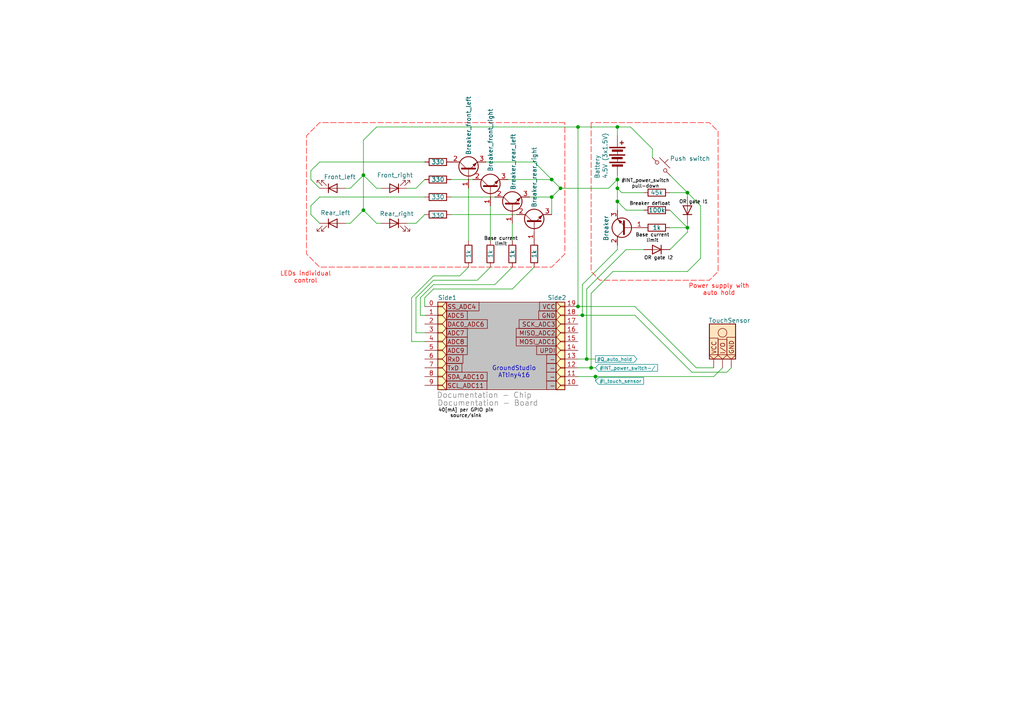
<source format=kicad_sch>
(kicad_sch (version 20250114) (generator "eeschema") (generator_version "9.0")
  (paper "A4")
  (title_block (title "DGRS6") (company "Vericos Forja") (comment 1 "Fornai."))
  (lib_symbols
    (symbol "Device:Battery" (pin_numbers (hide yes)) (pin_names (offset 0) (hide yes))
      (property "Reference" "Battery" (at 3.81 1.8416 0))
      (property "Value" "4.5V ( 3x1.5V )" (at 3.81 -0.6984 0))
      (symbol "Battery_0_1"
        (rectangle (start -2.3656 -0.3813) (end 2.2064 -0.6353) (fill (type outline)))
        (rectangle (start -2.286 1.778) (end 2.286 1.524) (fill (type outline)))
        (rectangle (start -2.286 -2.54) (end 2.286 -2.794) (fill (type outline)))
        (rectangle (start -1.6036 -1.1433) (end 1.4444 -1.6513) (fill (type outline)))
        (rectangle (start -1.524 1.016) (end 1.524 0.508) (fill (type outline)))
        (rectangle (start -1.524 -3.302) (end 1.524 -3.81) (fill (type outline)))
        (polyline (pts (xy 0 1.778) (xy 0 2.54)))
        (polyline (pts (xy 0.0248 -1.5786) (xy 0.0248 -2.5109)))
        (polyline (pts (xy 0.042 0.4585) (xy 0.042 -0.3873)))
        (polyline (pts (xy 0.762 3.048) (xy 1.778 3.048)) (stroke (width 0.254)))
        (polyline (pts (xy 1.27 3.556) (xy 1.27 2.54)) (stroke (width 0.254)))
      )
      (symbol "Battery_1_1"
        (pin passive line (at 0 5.08 270) (length 2.54) (name "+") (number "1"))
        (pin passive line (at 0 -6.35 90) (length 2.54) (name "-") (number "2"))
      )
    )
    (symbol "Device:D" (pin_numbers (hide yes)) (pin_names (offset 1.016) (hide yes))
      (property "Reference" "D" (at 0 2.54 0))
      (property "Value" "D" (at 0 -2.54 0))
      (symbol "D_0_1"
        (polyline (pts (xy -1.27 1.27) (xy -1.27 -1.27)) (stroke (width 0.254)))
        (polyline (pts (xy 1.27 1.27) (xy 1.27 -1.27) (xy -1.27 0) (xy 1.27 1.27)) (stroke (width 0.254)))
        (polyline (pts (xy 1.27 0) (xy -1.27 0)))
      )
      (symbol "D_1_1"
        (pin passive line (at -3.81 0 0) (length 2.54) (name "K") (number "1"))
        (pin passive line (at 3.81 0 180) (length 2.54) (name "A") (number "2"))
      )
    )
    (symbol "Device:LED" (pin_numbers (hide yes)) (pin_names (offset 1.016) (hide yes))
      (property "Reference" "D" (at 0 2.54 0))
      (property "Value" "LED" (at 0 -2.54 0))
      (symbol "LED_0_1"
        (polyline (pts (xy -3.048 -0.762) (xy -4.572 -2.286) (xy -3.81 -2.286) (xy -4.572 -2.286) (xy -4.572 -1.524)))
        (polyline (pts (xy -1.778 -0.762) (xy -3.302 -2.286) (xy -2.54 -2.286) (xy -3.302 -2.286) (xy -3.302 -1.524)))
        (polyline (pts (xy -1.27 0) (xy 1.27 0)))
        (polyline (pts (xy -1.27 -1.27) (xy -1.27 1.27)) (stroke (width 0.254)))
        (polyline (pts (xy 1.27 -1.27) (xy 1.27 1.27) (xy -1.27 0) (xy 1.27 -1.27)) (stroke (width 0.254)))
      )
      (symbol "LED_1_1"
        (pin passive line (at -3.81 0 0) (length 2.54) (name "K") (number "1"))
        (pin passive line (at 3.81 0 180) (length 2.54) (name "A") (number "2"))
      )
    )
    (symbol "Device:R" (pin_numbers (hide yes)) (pin_names (offset 0))
      (property "Reference" "R" (at 2.032 0 90))
      (property "Value" "R" (at 0 0 90))
      (symbol "R_0_1"
        (rectangle (start -1.016 -2.54) (end 1.016 2.54) (stroke (width 0.254)))
      )
      (symbol "R_1_1"
        (pin passive line (at 0 3.81 270) (length 1.27) (name "~") (number "1"))
        (pin passive line (at 0 -3.81 90) (length 1.27) (name "~") (number "2"))
      )
    )
    (symbol "GS_Global6:PinHeader_1x10_P2.54_V_M" (pin_names (offset 1.016) (hide yes))
      (property "Reference" "J3" (at 0 12.5928 0))
      (symbol "PinHeader_1x10_P2.54_V_M_1_1"
        (rectangle (start -1.27 11.43) (end 1.27 -13.97) (stroke (width 0.254)) (fill (type background)))
        (rectangle (start -1.27 10.287) (end 0 10.033) (stroke (width 0.1524)))
        (rectangle (start -1.27 7.747) (end 0 7.493) (stroke (width 0.1524)))
        (rectangle (start -1.27 5.207) (end 0 4.953) (stroke (width 0.1524)))
        (rectangle (start -1.27 2.667) (end 0 2.413) (stroke (width 0.1524)))
        (rectangle (start -1.27 0.127) (end 0 -0.127) (stroke (width 0.1524)))
        (rectangle (start -1.27 -2.413) (end 0 -2.667) (stroke (width 0.1524)))
        (rectangle (start -1.27 -4.953) (end 0 -5.207) (stroke (width 0.1524)))
        (rectangle (start -1.27 -7.493) (end 0 -7.747) (stroke (width 0.1524)))
        (rectangle (start -1.27 -10.033) (end 0 -10.287) (stroke (width 0.1524)))
        (rectangle (start -1.27 -12.573) (end 0 -12.827) (stroke (width 0.1524)))
        (pin passive line (at -5.08 10.16 0) (length 3.81) (name "Pin_1") (number "19"))
        (pin passive line (at -5.08 7.62 0) (length 3.81) (name "Pin_2") (number "18"))
        (pin passive line (at -5.08 5.08 0) (length 3.81) (name "Pin_3") (number "17"))
        (pin passive line (at -5.08 2.54 0) (length 3.81) (name "Pin_4") (number "16"))
        (pin passive line (at -5.08 0 0) (length 3.81) (name "Pin_5") (number "15"))
        (pin passive line (at -5.08 -2.54 0) (length 3.81) (name "Pin_6") (number "14"))
        (pin passive line (at -5.08 -5.08 0) (length 3.81) (name "Pin_7") (number "13"))
        (pin passive line (at -5.08 -7.62 0) (length 3.81) (name "Pin_8") (number "12"))
        (pin passive line (at -5.08 -10.16 0) (length 3.81) (name "Pin_9") (number "11"))
        (pin passive line (at -5.08 -12.7 0) (length 3.81) (name "Pin_10") (number "10"))
      )
    )
    (symbol "PinHeader_1x10_P2.54_V_M_1" (pin_names (offset 1.016) (hide yes))
      (property "Reference" "J2" (at -1.27 12.7 0))
      (symbol "PinHeader_1x10_P2.54_V_M_1_1_1"
        (rectangle (start -1.27 11.43) (end 1.27 -13.97) (stroke (width 0.254)) (fill (type background)))
        (rectangle (start -1.27 10.287) (end 0 10.033) (stroke (width 0.1524)))
        (rectangle (start -1.27 7.747) (end 0 7.493) (stroke (width 0.1524)))
        (rectangle (start -1.27 5.207) (end 0 4.953) (stroke (width 0.1524)))
        (rectangle (start -1.27 2.667) (end 0 2.413) (stroke (width 0.1524)))
        (rectangle (start -1.27 0.127) (end 0 -0.127) (stroke (width 0.1524)))
        (rectangle (start -1.27 -2.413) (end 0 -2.667) (stroke (width 0.1524)))
        (rectangle (start -1.27 -4.953) (end 0 -5.207) (stroke (width 0.1524)))
        (rectangle (start -1.27 -7.493) (end 0 -7.747) (stroke (width 0.1524)))
        (rectangle (start -1.27 -10.033) (end 0 -10.287) (stroke (width 0.1524)))
        (rectangle (start -1.27 -12.573) (end 0 -12.827) (stroke (width 0.1524)))
        (pin passive line (at -5.08 10.16 0) (length 3.81) (name "Pin_1") (number "0"))
        (pin passive line (at -5.08 7.62 0) (length 3.81) (name "Pin_2") (number "1"))
        (pin passive line (at -5.08 5.08 0) (length 3.81) (name "Pin_3") (number "2"))
        (pin passive line (at -5.08 2.54 0) (length 3.81) (name "Pin_4") (number "3"))
        (pin passive line (at -5.08 0 0) (length 3.81) (name "Pin_5") (number "4"))
        (pin passive line (at -5.08 -2.54 0) (length 3.81) (name "Pin_6") (number "5"))
        (pin passive line (at -5.08 -5.08 0) (length 3.81) (name "Pin_7") (number "6"))
        (pin passive line (at -5.08 -7.62 0) (length 3.81) (name "Pin_8") (number "7"))
        (pin passive line (at -5.08 -10.16 0) (length 3.81) (name "Pin_9") (number "8"))
        (pin passive line (at -5.08 -12.7 0) (length 3.81) (name "Pin_10") (number "9"))
      )
    )
    (symbol "R_1" (pin_numbers (hide yes)) (pin_names (offset 0))
      (property "Reference" "TouchSensor" (at -4.064 7.366 0))
      (symbol "R_1_0_1"
        (rectangle (start -3.81 6.35) (end 3.81 -2.54) (fill (type color) (color 194 194 194 1)))
        (rectangle (start -3.81 6.35) (end 3.81 -3.81) (stroke (width 0.254)) (fill (type color) (color 255 229 191 1)))
        (circle (center 0 3.81) (radius 1.27))
      )
      (symbol "R_1_1_1"
        (pin power_in line (at -2.54 -6.35 90) (length 2.54) (name "") (number "1"))
        (pin output line (at 0 -6.35 90) (length 2.54) (name "") (number "2"))
        (pin power_in line (at 2.54 -6.35 90) (length 2.54) (name "") (number "3"))
      )
    )
    (symbol "Switch:SW_Push_45deg" (pin_numbers (hide yes)) (pin_names (offset 1.016) (hide yes))
      (property "Reference" "SW" (at 3.048 1.016 0))
      (property "Value" "SW_Push_45deg" (at 0 -3.81 0))
      (symbol "SW_Push_45deg_0_1"
        (polyline (pts (xy -2.54 2.54) (xy -1.524 1.524) (xy -1.524 1.524)))
        (circle (center -1.1684 1.1684) (radius 0.508))
        (polyline (pts (xy -0.508 2.54) (xy 2.54 -0.508)))
        (polyline (pts (xy 1.016 1.016) (xy 2.032 2.032)))
        (circle (center 1.143 -1.1938) (radius 0.508))
        (polyline (pts (xy 1.524 -1.524) (xy 2.54 -2.54) (xy 2.54 -2.54) (xy 2.54 -2.54)))
        (pin passive line (at -2.54 2.54 0) (length 0) (name "1") (number "1"))
        (pin passive line (at 2.54 -2.54 180) (length 0) (name "2") (number "2"))
      )
    )
    (symbol "Transistor_BJT:Q_NPN_BCE" (pin_names (offset 0) (hide yes))
      (property "Reference" "Q" (at 5.08 1.27 0))
      (property "Value" "Q_NPN_BCE" (at 5.08 -1.27 0))
      (symbol "Q_NPN_BCE_0_1"
        (polyline (pts (xy -2.54 0) (xy 0.635 0)))
        (polyline (pts (xy 0.635 1.905) (xy 0.635 -1.905)) (stroke (width 0.508)))
        (circle (center 1.27 0) (radius 2.8194) (stroke (width 0.254)))
      )
      (symbol "Q_NPN_BCE_1_1"
        (polyline (pts (xy 0.635 0.635) (xy 2.54 2.54)))
        (polyline (pts (xy 0.635 -0.635) (xy 2.54 -2.54)))
        (polyline (pts (xy 1.27 -1.778) (xy 1.778 -1.27) (xy 2.286 -2.286) (xy 1.27 -1.778)) (fill (type outline)))
        (pin input line (at -5.08 0 0) (length 2.54) (name "B") (number "1"))
        (pin passive line (at 2.54 5.08 270) (length 2.54) (name "C") (number "2"))
        (pin passive line (at 2.54 -5.08 90) (length 2.54) (name "E") (number "3"))
      )
    )
  )
  (rectangle (start 129.54 87.63) (end 161.29 113.03) (stroke (width 0) (color 132 0 0 1)) (fill (type color) (color 194 194 194 1)))
  (text "#INT_power_switch\npull-down" (at 187.198 53.34 0) (effects (font (size 1 1))))
  (text "Base current\nlimit" (at 189.23 69.088 0) (effects (font (size 1 1))))
  (text "GroundStudio\nATtiny416" (at 149.098 107.95 0) (effects (font (size 1.27 1.27))))
  (text "Breaker defloat" (at 188.468 59.182 0) (effects (font (size 1 1))))
  (text "Power supply with\nauto hold" (at 208.534 84.074 0) (effects (font (size 1.27 1.27))))
  (text "LEDs individual\ncontrol" (at 88.646 80.518 0) (effects (font (size 1.27 1.27))))
  (text "40[mA] per GPIO pin\nsource/sink" (at 135.128 119.888 0) (effects (font (size 1 1))))
  (text "OR gate I2" (at 191.008 74.93 0) (effects (font (size 1 1))))
  (text "Documentation - Chip" (at 140.462 114.808 0) (effects (font (size 1.6 1.6))))
  (text "OR gate I1" (at 201.168 58.674 0) (effects (font (size 1 1))))
  (text "Base current\nlimit" (at 145.288 70.104 0) (effects (font (size 1 1))))
  (text "Documentation - Board" (at 141.478 117.094 0) (effects (font (size 1.6 1.6))))
  (junction (at 167.64 88.9))
  (junction (at 171.45 106.68))
  (junction (at 105.41 50.8))
  (junction (at 105.41 60.96))
  (junction (at 179.07 52.07))
  (junction (at 160.02 57.15))
  (junction (at 162.56 54.61))
  (junction (at 168.91 91.44))
  (junction (at 179.07 36.83))
  (junction (at 170.18 104.14))
  (junction (at 179.07 58.42))
  (junction (at 179.07 54.61))
  (junction (at 167.64 36.83))
  (junction (at 172.72 109.22))
  (junction (at 199.39 66.04))
  (junction (at 160.02 52.07))
  (junction (at 199.39 55.88))
  (wire (pts (xy 143.51 82.55) (xy 148.59 77.47)))
  (wire (pts (xy 120.65 64.77) (xy 123.19 62.23)))
  (wire (pts (xy 167.64 91.44) (xy 168.91 91.44)))
  (wire (pts (xy 160.02 62.23) (xy 160.02 57.15)))
  (wire (pts (xy 90.17 49.53) (xy 92.71 46.99)))
  (wire (pts (xy 123.19 86.36) (xy 123.19 88.9)))
  (wire (pts (xy 162.56 54.61) (xy 176.53 54.61)))
  (wire (pts (xy 120.65 86.36) (xy 120.65 96.52)))
  (wire (pts (xy 199.39 66.04) (xy 194.31 60.96)))
  (wire (pts (xy 118.11 64.77) (xy 120.65 64.77)))
  (wire (pts (xy 110.49 64.77) (xy 109.22 64.77)))
  (wire (pts (xy 130.81 57.15) (xy 143.51 57.15)))
  (wire (pts (xy 167.64 109.22) (xy 172.72 109.22)))
  (wire (pts (xy 110.49 54.61) (xy 109.22 54.61)))
  (wire (pts (xy 133.35 80.01) (xy 135.89 77.47)))
  (wire (pts (xy 148.59 64.77) (xy 148.59 69.85)))
  (wire (pts (xy 200.66 107.95) (xy 184.15 91.44)))
  (wire (pts (xy 171.45 106.68) (xy 172.72 106.68)))
  (wire (pts (xy 172.72 110.49) (xy 172.72 109.22)))
  (wire (pts (xy 147.32 52.07) (xy 160.02 52.07)))
  (wire (pts (xy 176.53 54.61) (xy 179.07 52.07)))
  (wire (pts (xy 201.93 106.68) (xy 207.01 106.68)))
  (wire (pts (xy 171.45 85.09) (xy 177.8 78.74)))
  (wire (pts (xy 123.19 86.36) (xy 125.73 83.82)))
  (wire (pts (xy 100.33 64.77) (xy 101.6 64.77)))
  (wire (pts (xy 212.09 106.68) (xy 210.82 107.95)))
  (wire (pts (xy 167.64 36.83) (xy 179.07 36.83)))
  (wire (pts (xy 210.82 107.95) (xy 200.66 107.95)))
  (wire (pts (xy 142.24 59.69) (xy 142.24 69.85)))
  (wire (pts (xy 120.65 54.61) (xy 123.19 52.07)))
  (wire (pts (xy 179.07 58.42) (xy 179.07 60.96)))
  (wire (pts (xy 118.11 54.61) (xy 120.65 54.61)))
  (wire (pts (xy 171.45 85.09) (xy 171.45 106.68)))
  (wire (pts (xy 121.92 86.36) (xy 121.92 91.44)))
  (wire (pts (xy 140.97 46.99) (xy 154.94 46.99)))
  (wire (pts (xy 120.65 86.36) (xy 125.73 81.28)))
  (wire (pts (xy 199.39 78.74) (xy 203.2 74.93)))
  (wire (pts (xy 168.91 91.44) (xy 184.15 91.44)))
  (wire (pts (xy 199.39 55.88) (xy 199.39 57.15)))
  (wire (pts (xy 170.18 104.14) (xy 172.72 104.14)))
  (wire (pts (xy 179.07 54.61) (xy 179.07 58.42)))
  (wire (pts (xy 120.65 96.52) (xy 123.19 96.52)))
  (wire (pts (xy 167.64 36.83) (xy 167.64 88.9)))
  (wire (pts (xy 184.15 88.9) (xy 201.93 106.68)))
  (wire (pts (xy 125.73 83.82) (xy 148.59 83.82)))
  (wire (pts (xy 172.72 109.22) (xy 207.01 109.22)))
  (wire (pts (xy 181.61 60.96) (xy 179.07 58.42)))
  (wire (pts (xy 92.71 64.77) (xy 90.17 62.23)))
  (wire (pts (xy 130.81 62.23) (xy 149.86 62.23)))
  (wire (pts (xy 105.41 50.8) (xy 105.41 60.96)))
  (wire (pts (xy 100.33 54.61) (xy 101.6 54.61)))
  (wire (pts (xy 92.71 46.99) (xy 123.19 46.99)))
  (wire (pts (xy 121.92 86.36) (xy 125.73 82.55)))
  (wire (pts (xy 186.69 60.96) (xy 181.61 60.96)))
  (wire (pts (xy 189.23 45.72) (xy 189.23 43.18)))
  (wire (pts (xy 109.22 64.77) (xy 105.41 60.96)))
  (wire (pts (xy 167.64 104.14) (xy 170.18 104.14)))
  (wire (pts (xy 179.07 39.37) (xy 179.07 36.83)))
  (wire (pts (xy 119.38 86.36) (xy 119.38 99.06)))
  (wire (pts (xy 138.43 81.28) (xy 142.24 77.47)))
  (wire (pts (xy 199.39 66.04) (xy 194.31 66.04)))
  (wire (pts (xy 101.6 64.77) (xy 105.41 60.96)))
  (wire (pts (xy 92.71 54.61) (xy 90.17 52.07)))
  (wire (pts (xy 148.59 83.82) (xy 154.94 77.47)))
  (wire (pts (xy 105.41 40.64) (xy 109.22 36.83)))
  (wire (pts (xy 160.02 57.15) (xy 162.56 54.61)))
  (wire (pts (xy 194.31 50.8) (xy 199.39 55.88)))
  (wire (pts (xy 170.18 83.82) (xy 181.61 72.39)))
  (wire (pts (xy 90.17 59.69) (xy 90.17 62.23)))
  (wire (pts (xy 121.92 91.44) (xy 123.19 91.44)))
  (wire (pts (xy 181.61 72.39) (xy 186.69 72.39)))
  (wire (pts (xy 179.07 71.12) (xy 179.07 72.39)))
  (wire (pts (xy 119.38 99.06) (xy 123.19 99.06)))
  (wire (pts (xy 109.22 54.61) (xy 105.41 50.8)))
  (wire (pts (xy 179.07 72.39) (xy 168.91 82.55)))
  (wire (pts (xy 154.94 46.99) (xy 160.02 52.07)))
  (wire (pts (xy 125.73 82.55) (xy 143.51 82.55)))
  (wire (pts (xy 179.07 50.8) (xy 179.07 52.07)))
  (wire (pts (xy 180.34 55.88) (xy 179.07 54.61)))
  (wire (pts (xy 92.71 57.15) (xy 123.19 57.15)))
  (wire (pts (xy 160.02 52.07) (xy 162.56 54.61)))
  (wire (pts (xy 130.81 52.07) (xy 137.16 52.07)))
  (wire (pts (xy 199.39 67.31) (xy 199.39 66.04)))
  (wire (pts (xy 90.17 59.69) (xy 92.71 57.15)))
  (wire (pts (xy 194.31 72.39) (xy 199.39 67.31)))
  (wire (pts (xy 179.07 52.07) (xy 179.07 54.61)))
  (wire (pts (xy 168.91 91.44) (xy 168.91 82.55)))
  (wire (pts (xy 180.34 55.88) (xy 186.69 55.88)))
  (wire (pts (xy 119.38 86.36) (xy 125.73 80.01)))
  (wire (pts (xy 153.67 57.15) (xy 160.02 57.15)))
  (wire (pts (xy 167.64 106.68) (xy 171.45 106.68)))
  (wire (pts (xy 182.88 36.83) (xy 189.23 43.18)))
  (wire (pts (xy 177.8 78.74) (xy 199.39 78.74)))
  (wire (pts (xy 194.31 55.88) (xy 199.39 55.88)))
  (wire (pts (xy 167.64 88.9) (xy 184.15 88.9)))
  (wire (pts (xy 135.89 54.61) (xy 135.89 69.85)))
  (wire (pts (xy 203.2 59.69) (xy 203.2 74.93)))
  (wire (pts (xy 207.01 109.22) (xy 209.55 106.68)))
  (wire (pts (xy 203.2 59.69) (xy 199.39 55.88)))
  (wire (pts (xy 101.6 54.61) (xy 105.41 50.8)))
  (wire (pts (xy 199.39 64.77) (xy 199.39 66.04)))
  (wire (pts (xy 125.73 80.01) (xy 133.35 80.01)))
  (wire (pts (xy 125.73 81.28) (xy 138.43 81.28)))
  (wire (pts (xy 109.22 36.83) (xy 167.64 36.83)))
  (wire (pts (xy 90.17 49.53) (xy 90.17 52.07)))
  (wire (pts (xy 179.07 36.83) (xy 182.88 36.83)))
  (wire (pts (xy 170.18 83.82) (xy 170.18 104.14)))
  (wire (pts (xy 105.41 40.64) (xy 105.41 50.8)))
  (global_label "ADC7" (shape input) (at 128.27 96.52 0) (property "Intersheetrefs" "${INTERSHEET_REFS}" (effects (hide yes))))
  (global_label "GND" (shape input) (at 212.09 104.14 90) (property "Intersheetrefs" "${INTERSHEET_REFS}" (effects (hide yes))))
  (global_label "SCL_ADC11" (shape input) (at 128.27 111.76 0) (property "Intersheetrefs" "${INTERSHEET_REFS}" (effects (hide yes))))
  (global_label "-" (shape input) (at 162.56 106.68 180) (property "Intersheetrefs" "${INTERSHEET_REFS}" (effects (hide yes))))
  (global_label "MISO_ADC2" (shape input) (at 162.56 96.52 180) (property "Intersheetrefs" "${INTERSHEET_REFS}" (effects (hide yes))))
  (global_label "ADC5" (shape input) (at 128.27 91.44 0) (property "Intersheetrefs" "${INTERSHEET_REFS}" (effects (hide yes))))
  (global_label "ADC8" (shape input) (at 128.27 99.06 0) (property "Intersheetrefs" "${INTERSHEET_REFS}" (effects (hide yes))))
  (global_label "MOSI_ADC1" (shape input) (at 162.56 99.06 180) (property "Intersheetrefs" "${INTERSHEET_REFS}" (effects (hide yes))))
  (global_label "-" (shape input) (at 162.56 109.22 180) (property "Intersheetrefs" "${INTERSHEET_REFS}" (effects (hide yes))))
  (global_label "RxD" (shape input) (at 128.27 104.14 0) (property "Intersheetrefs" "${INTERSHEET_REFS}" (effects (hide yes))))
  (global_label "-" (shape input) (at 162.56 104.14 180) (property "Intersheetrefs" "${INTERSHEET_REFS}" (effects (hide yes))))
  (global_label "ADC9" (shape input) (at 128.27 101.6 0) (property "Intersheetrefs" "${INTERSHEET_REFS}" (effects (hide yes))))
  (global_label "#I_touch_sensor" (shape input) (at 172.72 110.49 0) (effects (font (size 1 1))) (property "Intersheetrefs" "${INTERSHEET_REFS}" (effects (hide yes))))
  (global_label "SDA_ADC10" (shape input) (at 128.27 109.22 0) (property "Intersheetrefs" "${INTERSHEET_REFS}" (effects (hide yes))))
  (global_label "#Q_auto_hold" (shape output) (at 172.72 104.14 0) (effects (font (size 1 1))) (property "Intersheetrefs" "${INTERSHEET_REFS}" (effects (hide yes))))
  (global_label "GND" (shape input) (at 162.56 91.44 180) (property "Intersheetrefs" "${INTERSHEET_REFS}" (effects (hide yes))))
  (global_label "I{slash}O" (shape input) (at 209.55 104.14 90) (property "Intersheetrefs" "${INTERSHEET_REFS}" (effects (hide yes))))
  (global_label "VCC" (shape input) (at 207.01 104.14 90) (property "Intersheetrefs" "${INTERSHEET_REFS}" (effects (hide yes))))
  (global_label "-" (shape input) (at 162.56 111.76 180) (property "Intersheetrefs" "${INTERSHEET_REFS}" (effects (hide yes))))
  (global_label "#INT_power_switch-{slash}" (shape input) (at 172.72 106.68 0) (effects (font (size 1 1))) (property "Intersheetrefs" "${INTERSHEET_REFS}" (effects (hide yes))))
  (global_label "DAC0_ADC6" (shape input) (at 128.27 93.98 0) (property "Intersheetrefs" "${INTERSHEET_REFS}" (effects (hide yes))))
  (global_label "UPDI" (shape input) (at 162.56 101.6 180) (property "Intersheetrefs" "${INTERSHEET_REFS}" (effects (hide yes))))
  (global_label "VCC" (shape input) (at 162.56 88.9 180) (property "Intersheetrefs" "${INTERSHEET_REFS}" (effects (hide yes))))
  (global_label "SS_ADC4" (shape input) (at 128.27 88.9 0) (property "Intersheetrefs" "${INTERSHEET_REFS}" (effects (hide yes))))
  (global_label "TxD" (shape input) (at 128.27 106.68 0) (property "Intersheetrefs" "${INTERSHEET_REFS}" (effects (hide yes))))
  (global_label "SCK_ADC3" (shape input) (at 162.56 93.98 180) (property "Intersheetrefs" "${INTERSHEET_REFS}" (effects (hide yes))))
  (rule_area (polyline (pts (xy 171.45 35.56) (xy 171.45 78.74) (xy 173.99 81.28) (xy 205.74 81.28) (xy 208.28 78.74) (xy 208.28 38.1) (xy 205.74 35.56)) (stroke (width 0) (type dash))))
  (rule_area (polyline (pts (xy 163.83 35.56) (xy 92.71 35.56) (xy 88.9 39.37) (xy 88.9 73.66) (xy 92.71 77.47) (xy 160.02 77.47) (xy 163.83 73.66)) (stroke (width 0) (type dash))))
  (symbol (lib_id "Transistor_BJT:Q_NPN_BCE") (at 148.59 59.69 90) (unit 1)
    (property "Reference" "Breaker_rear_left" (at 148.844 55.118 0) (effects (justify left)))
    (property "Value" "BJT NPN" (effects (hide yes)))
    (property "Description" "NPN transistor, base/collector/emitter" (effects (hide yes)))
  )
  (symbol (lib_id "Device:LED") (at 114.3 64.77 0) (mirror y) (unit 1)
    (property "Reference" "Rear_right" (at 115.062 61.976 0))
    (property "Value" "LED" (effects (hide yes)))
    (property "Description" "Light emitting diode" (effects (hide yes)))
    (property "Sim.Pins" "1=K 2=A" (effects (hide yes)))
  )
  (symbol (lib_id "Device:LED") (at 96.52 54.61 0) (mirror x) (unit 1)
    (property "Reference" "Front_left" (at 98.552 51.308 0))
    (property "Value" "LED" (effects (hide yes)))
    (property "Description" "Light emitting diode" (effects (hide yes)))
    (property "Sim.Pins" "1=K 2=A" (effects (hide yes)))
  )
  (symbol (lib_id "Device:R") (at 127 52.07 270) (mirror x) (unit 1)
    (property "Reference" "330" (at 127 52.07 90))
    (property "Value" "R_LED" (effects (hide yes)))
    (property "Description" "Resistor" (effects (hide yes)))
  )
  (symbol (lib_name "PinHeader_1x10_P2.54_V_M_1") (lib_id "GS_Global6:PinHeader_1x10_P2.54_V_M") (at 128.27 99.06 0) (unit 1)
    (property "Reference" "Side1" (at 127 86.36 0) (effects (justify left)))
    (property "Value" "PinHeader_1x10_P2.54_V_M" (effects (hide yes)))
    (property "Footprint" "GS_Global6:PinHeader_1x10_P2.54mm_Vertical_Male" (effects (hide yes)))
    (property "Datasheet" "https://datasheet.lcsc.com/lcsc/1810221711_BOOMELE-Boom-Precision-Elec-C57369_C57369.pdf" (effects (hide yes)))
    (property "MPN" "C57369" (effects (hide yes)))
    (property "LCSC" "C57369" (effects (hide yes)))
  )
  (symbol (lib_id "Device:D") (at 199.39 60.96 90) (unit 1)
    (property "Reference" "Reverse protection1" (effects (hide yes)))
    (property "Value" "D_power_switch" (effects (hide yes)))
    (property "Description" "Diode" (effects (hide yes)))
    (property "Sim.Device" "D" (effects (hide yes)))
    (property "Sim.Pins" "1=K 2=A" (effects (hide yes)))
  )
  (symbol (lib_id "Transistor_BJT:Q_NPN_BCE") (at 135.89 49.53 90) (unit 1)
    (property "Reference" "Breaker_front_left" (at 135.89 44.958 0) (effects (justify left)))
    (property "Value" "BJT NPN" (effects (hide yes)))
    (property "Description" "NPN transistor, base/collector/emitter" (effects (hide yes)))
  )
  (symbol (lib_id "GS_Global6:PinHeader_1x10_P2.54_V_M") (at 162.56 99.06 0) (mirror y) (unit 1)
    (property "Reference" "Side2" (at 161.544 86.36 0))
    (property "Value" "PinHeader_1x10_P2.54_V_M" (effects (hide yes)))
    (property "Footprint" "GS_Global6:PinHeader_1x10_P2.54mm_Vertical_Male" (effects (hide yes)))
    (property "Datasheet" "https://datasheet.lcsc.com/lcsc/1810221711_BOOMELE-Boom-Precision-Elec-C57369_C57369.pdf" (effects (hide yes)))
    (property "MPN" "C57369" (effects (hide yes)))
    (property "LCSC" "C57369" (effects (hide yes)))
  )
  (symbol (lib_id "Device:R") (at 142.24 73.66 0) (mirror y) (unit 1)
    (property "Reference" "1k" (at 142.24 73.66 90))
    (property "Value" "R_base" (effects (hide yes)))
    (property "Description" "Resistor" (effects (hide yes)))
  )
  (symbol (lib_id "Device:R") (at 190.5 66.04 270) (mirror x) (unit 1)
    (property "Reference" "1k" (at 190.5 66.04 90))
    (property "Value" "R_base" (effects (hide yes)))
    (property "Description" "Resistor" (effects (hide yes)))
  )
  (symbol (lib_name "R_1") (lib_id "Device:R") (at 209.55 100.33 0) (unit 1)
    (property "Reference" "TouchSensor" (at 205.486 92.964 0) (effects (justify left)))
    (property "Description" "Touch" (effects (hide yes)))
  )
  (symbol (lib_id "Device:LED") (at 114.3 54.61 180) (unit 1)
    (property "Reference" "Front_right" (at 114.554 50.8 0))
    (property "Value" "LED" (effects (hide yes)))
    (property "Description" "Light emitting diode" (effects (hide yes)))
    (property "Sim.Pins" "1=K 2=A" (effects (hide yes)))
  )
  (symbol (lib_id "Device:R") (at 148.59 73.66 0) (mirror y) (unit 1)
    (property "Reference" "1k" (at 148.59 73.66 90))
    (property "Value" "R_base" (effects (hide yes)))
    (property "Description" "Resistor" (effects (hide yes)))
  )
  (symbol (lib_id "Device:R") (at 154.94 73.66 0) (mirror y) (unit 1)
    (property "Reference" "1k" (at 154.94 73.66 90))
    (property "Value" "R_base" (effects (hide yes)))
    (property "Description" "Resistor" (effects (hide yes)))
  )
  (symbol (lib_id "Device:R") (at 190.5 60.96 270) (mirror x) (unit 1)
    (property "Reference" "100k" (at 190.5 60.96 90))
    (property "Value" "R_int" (effects (hide yes)))
    (property "Description" "Resistor" (effects (hide yes)))
  )
  (symbol (lib_id "Device:R") (at 190.5 55.88 270) (mirror x) (unit 1)
    (property "Reference" "45k" (at 190.5 55.88 90))
    (property "Value" "R_int" (effects (hide yes)))
    (property "Description" "Resistor" (effects (hide yes)))
  )
  (symbol (lib_id "Device:R") (at 135.89 73.66 0) (mirror y) (unit 1)
    (property "Reference" "1k" (at 135.89 73.66 90))
    (property "Value" "R_base" (effects (hide yes)))
    (property "Description" "Resistor" (effects (hide yes)))
  )
  (symbol (lib_id "Device:Battery") (at 179.07 44.45 0) (unit 1)
    (property "Reference" "Battery" (at 173.228 51.816 90) (effects (justify left)))
    (property "Value" "4.5V (3x1.5V)" (at 175.514 51.816 90) (effects (justify left)))
    (property "Description" "Multiple-cell battery" (effects (hide yes)))
  )
  (symbol (lib_id "Device:LED") (at 96.52 64.77 0) (unit 1)
    (property "Reference" "Rear_left" (at 97.282 61.722 0))
    (property "Value" "LED" (effects (hide yes)))
    (property "Description" "Light emitting diode" (effects (hide yes)))
    (property "Sim.Pins" "1=K 2=A" (effects (hide yes)))
  )
  (symbol (lib_id "Transistor_BJT:Q_NPN_BCE") (at 154.94 64.77 90) (unit 1)
    (property "Reference" "Breaker_rear_right" (at 154.94 60.198 0) (effects (justify left)))
    (property "Value" "BJT NPN" (effects (hide yes)))
    (property "Description" "NPN transistor, base/collector/emitter" (effects (hide yes)))
  )
  (symbol (lib_id "Device:R") (at 127 46.99 270) (mirror x) (unit 1)
    (property "Reference" "330" (at 127 46.99 90))
    (property "Value" "R_LED" (effects (hide yes)))
    (property "Description" "Resistor" (effects (hide yes)))
  )
  (symbol (lib_id "Device:D") (at 190.5 72.39 180) (unit 1)
    (property "Reference" "Reverse protection" (effects (hide yes)))
    (property "Value" "D_auto_hold" (effects (hide yes)))
    (property "Description" "Diode" (effects (hide yes)))
    (property "Sim.Device" "D" (effects (hide yes)))
    (property "Sim.Pins" "1=K 2=A" (effects (hide yes)))
  )
  (symbol (lib_id "Transistor_BJT:Q_NPN_BCE") (at 181.61 66.04 180) (unit 1)
    (property "Reference" "Breaker" (at 175.768 62.484 90) (effects (justify left)))
    (property "Value" "BJT NPN" (effects (hide yes)))
    (property "Description" "NPN transistor, base/collector/emitter" (effects (hide yes)))
  )
  (symbol (lib_id "Device:R") (at 127 62.23 270) (mirror x) (unit 1)
    (property "Reference" "R_LED" (effects (hide yes)))
    (property "Value" "330" (at 127 62.484 90))
    (property "Description" "Resistor" (effects (hide yes)))
  )
  (symbol (lib_id "Device:R") (at 127 57.15 270) (mirror x) (unit 1)
    (property "Reference" "R_LED" (effects (hide yes)))
    (property "Value" "330" (at 127 57.15 90))
    (property "Description" "Resistor" (effects (hide yes)))
  )
  (symbol (lib_id "Switch:SW_Push_45deg") (at 191.77 48.26 270) (mirror x) (unit 1)
    (property "Reference" "PowerON" (effects (hide yes)))
    (property "Value" "Push switch" (at 205.994 45.974 90) (effects (justify right)))
    (property "Description" "Push button switch, normally open, two pins, 45° tilted" (effects (hide yes)))
  )
  (symbol (lib_id "Transistor_BJT:Q_NPN_BCE") (at 142.24 54.61 90) (unit 1)
    (property "Reference" "Breaker_front_right" (at 142.24 49.784 0) (effects (justify left)))
    (property "Value" "BJT NPN" (effects (hide yes)))
    (property "Description" "NPN transistor, base/collector/emitter" (effects (hide yes)))
  )
)
</source>
